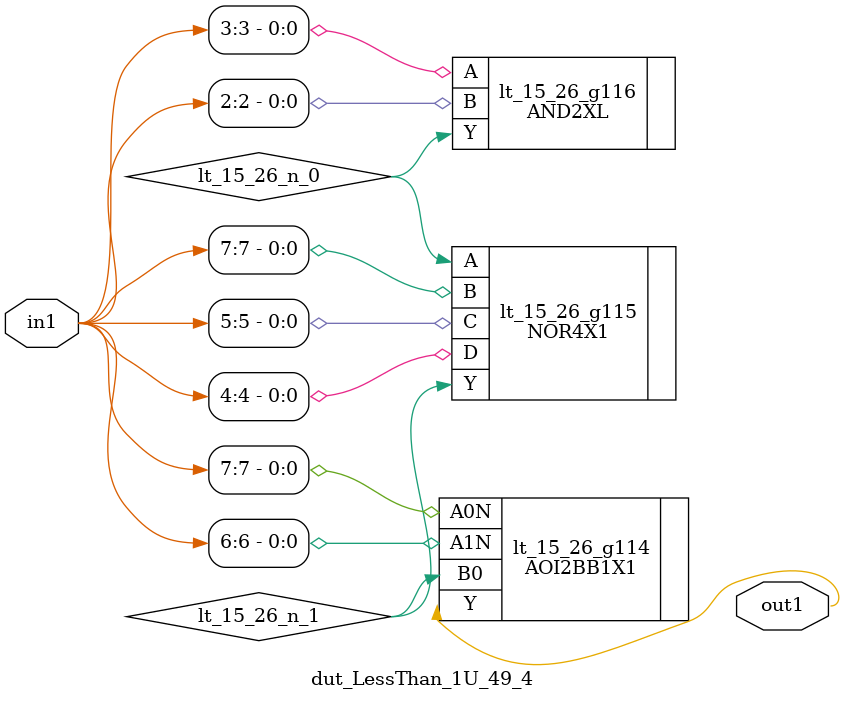
<source format=v>
`timescale 1ps / 1ps


module dut_LessThan_1U_49_4(in1, out1);
  input [7:0] in1;
  output out1;
  wire [7:0] in1;
  wire out1;
  wire lt_15_26_n_0, lt_15_26_n_1;
  AOI2BB1X1 lt_15_26_g114(.A0N (in1[7]), .A1N (in1[6]), .B0
       (lt_15_26_n_1), .Y (out1));
  NOR4X1 lt_15_26_g115(.A (lt_15_26_n_0), .B (in1[7]), .C (in1[5]), .D
       (in1[4]), .Y (lt_15_26_n_1));
  AND2XL lt_15_26_g116(.A (in1[3]), .B (in1[2]), .Y (lt_15_26_n_0));
endmodule



</source>
